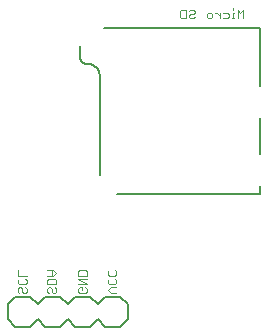
<source format=gbo>
G75*
G70*
%OFA0B0*%
%FSLAX24Y24*%
%IPPOS*%
%LPD*%
%AMOC8*
5,1,8,0,0,1.08239X$1,22.5*
%
%ADD10C,0.0030*%
%ADD11C,0.0080*%
D10*
X006307Y001985D02*
X006355Y001937D01*
X006307Y001985D02*
X006307Y002082D01*
X006355Y002130D01*
X006403Y002130D01*
X006452Y002082D01*
X006452Y001985D01*
X006500Y001937D01*
X006549Y001937D01*
X006597Y001985D01*
X006597Y002082D01*
X006549Y002130D01*
X006549Y002231D02*
X006355Y002231D01*
X006307Y002280D01*
X006307Y002376D01*
X006355Y002425D01*
X006307Y002526D02*
X006307Y002719D01*
X006307Y002526D02*
X006597Y002526D01*
X006549Y002425D02*
X006597Y002376D01*
X006597Y002280D01*
X006549Y002231D01*
X007291Y002231D02*
X007291Y002376D01*
X007339Y002425D01*
X007533Y002425D01*
X007581Y002376D01*
X007581Y002231D01*
X007291Y002231D01*
X007339Y002130D02*
X007291Y002082D01*
X007291Y001985D01*
X007339Y001937D01*
X007436Y001985D02*
X007436Y002082D01*
X007388Y002130D01*
X007339Y002130D01*
X007436Y001985D02*
X007484Y001937D01*
X007533Y001937D01*
X007581Y001985D01*
X007581Y002082D01*
X007533Y002130D01*
X007484Y002526D02*
X007291Y002526D01*
X007436Y002526D02*
X007436Y002719D01*
X007484Y002719D02*
X007291Y002719D01*
X007484Y002719D02*
X007581Y002623D01*
X007484Y002526D01*
X008315Y002526D02*
X008315Y002671D01*
X008363Y002719D01*
X008556Y002719D01*
X008605Y002671D01*
X008605Y002526D01*
X008315Y002526D01*
X008315Y002425D02*
X008605Y002425D01*
X008605Y002231D02*
X008315Y002425D01*
X008315Y002231D02*
X008605Y002231D01*
X008556Y002130D02*
X008605Y002082D01*
X008605Y001985D01*
X008556Y001937D01*
X008363Y001937D01*
X008315Y001985D01*
X008315Y002082D01*
X008363Y002130D01*
X008460Y002130D01*
X008460Y002033D01*
X009299Y002033D02*
X009396Y002130D01*
X009589Y002130D01*
X009541Y002231D02*
X009347Y002231D01*
X009299Y002280D01*
X009299Y002376D01*
X009347Y002425D01*
X009347Y002526D02*
X009299Y002574D01*
X009299Y002671D01*
X009347Y002719D01*
X009347Y002526D02*
X009541Y002526D01*
X009589Y002574D01*
X009589Y002671D01*
X009541Y002719D01*
X009541Y002425D02*
X009589Y002376D01*
X009589Y002280D01*
X009541Y002231D01*
X009589Y001937D02*
X009396Y001937D01*
X009299Y002033D01*
X011761Y011097D02*
X011713Y011145D01*
X011713Y011339D01*
X011761Y011387D01*
X011906Y011387D01*
X011906Y011097D01*
X011761Y011097D01*
X012007Y011145D02*
X012056Y011097D01*
X012152Y011097D01*
X012201Y011145D01*
X012152Y011242D02*
X012056Y011242D01*
X012007Y011194D01*
X012007Y011145D01*
X012152Y011242D02*
X012201Y011290D01*
X012201Y011339D01*
X012152Y011387D01*
X012056Y011387D01*
X012007Y011339D01*
X012596Y011242D02*
X012645Y011290D01*
X012742Y011290D01*
X012790Y011242D01*
X012790Y011145D01*
X012742Y011097D01*
X012645Y011097D01*
X012596Y011145D01*
X012596Y011242D01*
X012890Y011290D02*
X012939Y011290D01*
X013036Y011194D01*
X013036Y011290D02*
X013036Y011097D01*
X013137Y011097D02*
X013282Y011097D01*
X013330Y011145D01*
X013330Y011242D01*
X013282Y011290D01*
X013137Y011290D01*
X013478Y011290D02*
X013478Y011097D01*
X013430Y011097D02*
X013527Y011097D01*
X013628Y011097D02*
X013628Y011387D01*
X013725Y011290D01*
X013821Y011387D01*
X013821Y011097D01*
X013527Y011290D02*
X013478Y011290D01*
X013478Y011387D02*
X013478Y011436D01*
D11*
X005964Y001569D02*
X005964Y001069D01*
X006214Y000819D01*
X006714Y000819D01*
X006964Y001069D01*
X007214Y000819D01*
X007714Y000819D01*
X007964Y001069D01*
X008214Y000819D01*
X008714Y000819D01*
X008964Y001069D01*
X009214Y000819D01*
X009714Y000819D01*
X009964Y001069D01*
X009964Y001569D01*
X009714Y001819D01*
X009214Y001819D01*
X008964Y001569D01*
X008714Y001819D01*
X008214Y001819D01*
X007964Y001569D01*
X007714Y001819D01*
X007214Y001819D01*
X006964Y001569D01*
X006714Y001819D01*
X006214Y001819D01*
X005964Y001569D01*
X009622Y005252D02*
X014386Y005252D01*
X014386Y005528D01*
X014386Y006591D02*
X014386Y007772D01*
X014386Y008835D02*
X014386Y010764D01*
X009189Y010764D01*
X008363Y010174D02*
X008363Y009859D01*
X008362Y009827D01*
X008366Y009796D01*
X008373Y009765D01*
X008384Y009735D01*
X008398Y009707D01*
X008416Y009681D01*
X008437Y009657D01*
X008461Y009636D01*
X008487Y009618D01*
X008515Y009604D01*
X008545Y009593D01*
X008576Y009586D01*
X008607Y009582D01*
X008639Y009583D01*
X008638Y009584D02*
X008676Y009581D01*
X008714Y009575D01*
X008751Y009565D01*
X008787Y009551D01*
X008822Y009535D01*
X008854Y009515D01*
X008885Y009492D01*
X008914Y009466D01*
X008940Y009437D01*
X008963Y009406D01*
X008983Y009374D01*
X008999Y009339D01*
X009013Y009303D01*
X009023Y009266D01*
X009029Y009228D01*
X009032Y009190D01*
X009032Y009189D02*
X009032Y005882D01*
M02*

</source>
